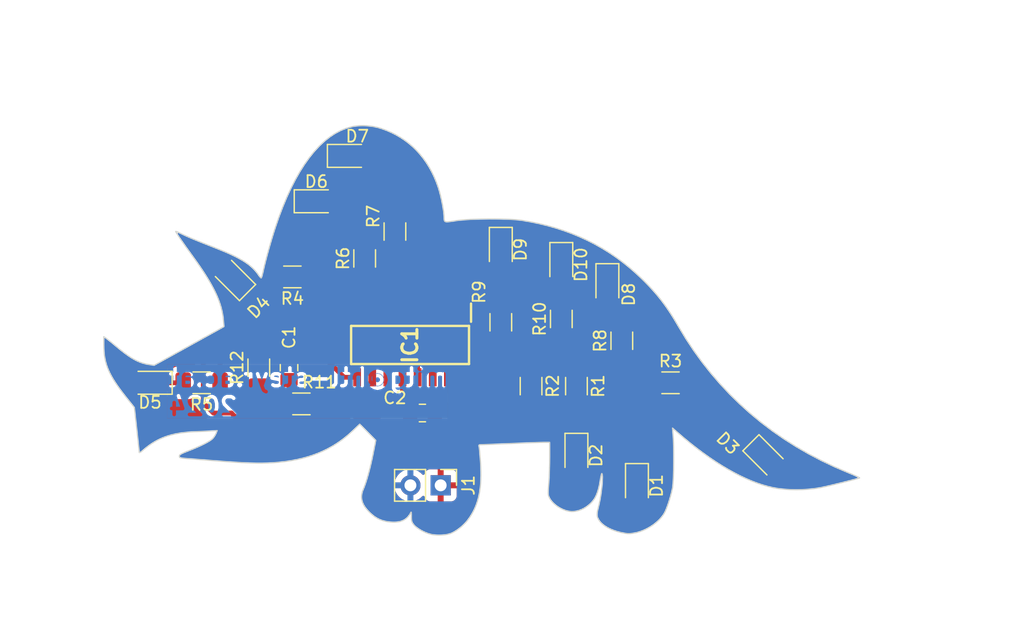
<source format=kicad_pcb>
(kicad_pcb (version 20240108) (generator "pcbnew") (generator_version "8.0")
  (layers (0 "F.Cu" signal) (31 "B.Cu" signal) (34 "B.Paste" user) (35 "F.Paste" user) (36 "B.SilkS" user "B.Silkscreen") (37 "F.SilkS" user "F.Silkscreen") (38 "B.Mask" user) (39 "F.Mask" user) (44 "Edge.Cuts" user))
  (net 0 "")
  (net 1 "Net-(C1-Pad1)")
  (net 2 "Net-(IC1-~{[Oslash]O})")
  (net 3 "VCC")
  (net 4 "GND")
  (net 5 "Net-(D1-K)")
  (net 6 "Net-(D2-K)")
  (net 7 "Net-(D3-K)")
  (net 8 "Net-(D4-K)")
  (net 9 "Net-(D5-K)")
  (net 10 "Net-(D6-A)")
  (net 11 "Net-(D7-A)")
  (net 12 "Net-(D8-A)")
  (net 13 "Net-(D9-A)")
  (net 14 "Net-(D10-A)")
  (net 18 "/LED3")
  (net 19 "/LED4")
  (net 20 "/LED5")
  (net 22 "Net-(IC1-[Oslash]O)")
  (net 23 "Net-(IC1-~{[Oslash]I})")
  (net 24 "Net-(IC1-CLEAR)")
  (net 25 "/LED2")
  (net 26 "/LED1")
  (footprint "Resistor_SMD:R_1206_3216Metric_Pad1.30x1.75mm_HandSolder" (layer "F.Cu") (at 125.73 102.87 90)
    (property "Reference" "R12" (at 0 -1.82 90) (layer "F.SilkS"))
    (property "Value" "56k")
    (pad "1" smd roundrect (at -1.55 0 90) (size 1.3 1.75) (layers "F.Cu" "F.Paste" "F.Mask") (roundrect_rratio 0.192308) (net 1 "Net-(C1-Pad1)"))
    (pad "2" smd roundrect (at 1.55 0 90) (size 1.3 1.75) (layers "F.Cu" "F.Paste" "F.Mask") (roundrect_rratio 0.192308) (net 22 "Net-(IC1-[Oslash]O)"))
  )
  (footprint "Resistor_SMD:R_1206_3216Metric_Pad1.30x1.75mm_HandSolder" (layer "F.Cu") (at 128.55 95.25 180)
    (property "Reference" "R4" (at 0 -1.82 0) (layer "F.SilkS"))
    (property "Value" "390R")
    (pad "1" smd roundrect (at -1.55 0 180) (size 1.3 1.75) (layers "F.Cu" "F.Paste" "F.Mask") (roundrect_rratio 0.192308) (net 19 "/LED4"))
    (pad "2" smd roundrect (at 1.55 0 180) (size 1.3 1.75) (layers "F.Cu" "F.Paste" "F.Mask") (roundrect_rratio 0.192308) (net 8 "Net-(D4-K)"))
  )
  (footprint "Resistor_SMD:R_1206_3216Metric_Pad1.30x1.75mm_HandSolder" (layer "F.Cu") (at 137.16 91.44 90)
    (property "Reference" "R7" (at 1.27 -1.82 90) (layer "F.SilkS"))
    (property "Value" "390R")
    (pad "1" smd roundrect (at -1.55 0 90) (size 1.3 1.75) (layers "F.Cu" "F.Paste" "F.Mask") (roundrect_rratio 0.192308) (net 19 "/LED4"))
    (pad "2" smd roundrect (at 1.55 0 90) (size 1.3 1.75) (layers "F.Cu" "F.Paste" "F.Mask") (roundrect_rratio 0.192308) (net 11 "Net-(D7-A)"))
  )
  (footprint "Capacitor_SMD:C_0805_2012Metric_Pad1.18x1.45mm_HandSolder" (layer "F.Cu") (at 128.27 102.87 90)
    (property "Reference" "C1" (at 2.54 0 90) (layer "F.SilkS"))
    (property "Value" "100nF")
    (pad "1" smd roundrect (at -1.0375 0 90) (size 1.175 1.45) (layers "F.Cu" "F.Paste" "F.Mask") (roundrect_rratio 0.212766) (net 1 "Net-(C1-Pad1)"))
    (pad "2" smd roundrect (at 1.0375 0 90) (size 1.175 1.45) (layers "F.Cu" "F.Paste" "F.Mask") (roundrect_rratio 0.212766) (net 2 "Net-(IC1-~{[Oslash]O})"))
  )
  (footprint "LED_SMD:LED_0805_2012Metric_Pad1.15x1.40mm_HandSolder" (layer "F.Cu") (at 123.47 95.25 135)
    (property "Reference" "D4" (at -3.394113 -0.19799 -135) (layer "F.SilkS"))
    (property "Value" "LED")
    (pad "1" smd roundrect (at -1.024999 0 135) (size 1.15 1.4) (layers "F.Cu" "F.Paste" "F.Mask") (roundrect_rratio 0.217391) (net 8 "Net-(D4-K)"))
    (pad "2" smd roundrect (at 1.024999 0 135) (size 1.15 1.4) (layers "F.Cu" "F.Paste" "F.Mask") (roundrect_rratio 0.217391) (net 3 "VCC"))
  )
  (footprint "LED_SMD:LED_0805_2012Metric_Pad1.15x1.40mm_HandSolder" (layer "F.Cu") (at 146.05 92.955 -90)
    (property "Reference" "D9" (at 0 -1.65 90) (layer "F.SilkS"))
    (property "Value" "LED")
    (pad "1" smd roundrect (at -1.025 0 270) (size 1.15 1.4) (layers "F.Cu" "F.Paste" "F.Mask") (roundrect_rratio 0.217391) (net 4 "GND"))
    (pad "2" smd roundrect (at 1.025 0 270) (size 1.15 1.4) (layers "F.Cu" "F.Paste" "F.Mask") (roundrect_rratio 0.217391) (net 13 "Net-(D9-A)"))
  )
  (footprint "Connector_PinHeader_2.54mm:PinHeader_1x02_P2.54mm_Vertical" (layer "F.Cu") (at 141 112.75 -90)
    (property "Reference" "J1" (at 0 -2.33 90) (layer "F.SilkS"))
    (property "Value" "Conn_01x02_Pin")
    (pad "1" thru_hole rect (at 0 0 270) (size 1.7 1.7) (drill 1) (layers "*.Cu" "*.Mask") (net 3 "VCC"))
    (pad "2" thru_hole oval (at 0 2.54 270) (size 1.7 1.7) (drill 1) (layers "*.Cu" "*.Mask") (net 4 "GND"))
  )
  (footprint "LED_SMD:LED_0805_2012Metric_Pad1.15x1.40mm_HandSolder" (layer "F.Cu") (at 133.35 85.09)
    (property "Reference" "D7" (at 0.65 -1.65 0) (layer "F.SilkS"))
    (property "Value" "LED")
    (pad "1" smd roundrect (at -1.025 0) (size 1.15 1.4) (layers "F.Cu" "F.Paste" "F.Mask") (roundrect_rratio 0.217391) (net 4 "GND"))
    (pad "2" smd roundrect (at 1.025 0) (size 1.15 1.4) (layers "F.Cu" "F.Paste" "F.Mask") (roundrect_rratio 0.217391) (net 11 "Net-(D7-A)"))
  )
  (footprint "Resistor_SMD:R_1206_3216Metric_Pad1.30x1.75mm_HandSolder" (layer "F.Cu") (at 134.62 93.7 90)
    (property "Reference" "R6" (at 0 -1.82 90) (layer "F.SilkS"))
    (property "Value" "390R")
    (pad "1" smd roundrect (at -1.55 0 90) (size 1.3 1.75) (layers "F.Cu" "F.Paste" "F.Mask") (roundrect_rratio 0.192308) (net 20 "/LED5"))
    (pad "2" smd roundrect (at 1.55 0 90) (size 1.3 1.75) (layers "F.Cu" "F.Paste" "F.Mask") (roundrect_rratio 0.192308) (net 10 "Net-(D6-A)"))
  )
  (footprint "LED_SMD:LED_0805_2012Metric_Pad1.15x1.40mm_HandSolder" (layer "F.Cu") (at 151.13 94.225 -90)
    (property "Reference" "D10" (at 0 -1.65 90) (layer "F.SilkS"))
    (property "Value" "LED")
    (pad "1" smd roundrect (at -1.025 0 270) (size 1.15 1.4) (layers "F.Cu" "F.Paste" "F.Mask") (roundrect_rratio 0.217391) (net 4 "GND"))
    (pad "2" smd roundrect (at 1.025 0 270) (size 1.15 1.4) (layers "F.Cu" "F.Paste" "F.Mask") (roundrect_rratio 0.217391) (net 14 "Net-(D10-A)"))
  )
  (footprint "Resistor_SMD:R_1206_3216Metric_Pad1.30x1.75mm_HandSolder" (layer "F.Cu") (at 152.4 104.42 -90)
    (property "Reference" "R1" (at 0 -1.82 90) (layer "F.SilkS"))
    (property "Value" "390R")
    (pad "1" smd roundrect (at -1.55 0 270) (size 1.3 1.75) (layers "F.Cu" "F.Paste" "F.Mask") (roundrect_rratio 0.192308) (net 26 "/LED1"))
    (pad "2" smd roundrect (at 1.55 0 270) (size 1.3 1.75) (layers "F.Cu" "F.Paste" "F.Mask") (roundrect_rratio 0.192308) (net 5 "Net-(D1-K)"))
  )
  (footprint "Resistor_SMD:R_1206_3216Metric_Pad1.30x1.75mm_HandSolder" (layer "F.Cu") (at 146.05 99.06 90)
    (property "Reference" "R9" (at 2.54 -1.82 90) (layer "F.SilkS"))
    (property "Value" "390R")
    (pad "1" smd roundrect (at -1.55 0 90) (size 1.3 1.75) (layers "F.Cu" "F.Paste" "F.Mask") (roundrect_rratio 0.192308) (net 25 "/LED2"))
    (pad "2" smd roundrect (at 1.55 0 90) (size 1.3 1.75) (layers "F.Cu" "F.Paste" "F.Mask") (roundrect_rratio 0.192308) (net 13 "Net-(D9-A)"))
  )
  (footprint "LED_SMD:LED_0805_2012Metric_Pad1.15x1.40mm_HandSolder" (layer "F.Cu") (at 157.48 112.785 -90)
    (property "Reference" "D1" (at 0 -1.65 90) (layer "F.SilkS"))
    (property "Value" "LED")
    (pad "1" smd roundrect (at -1.025 0 270) (size 1.15 1.4) (layers "F.Cu" "F.Paste" "F.Mask") (roundrect_rratio 0.217391) (net 5 "Net-(D1-K)"))
    (pad "2" smd roundrect (at 1.025 0 270) (size 1.15 1.4) (layers "F.Cu" "F.Paste" "F.Mask") (roundrect_rratio 0.217391) (net 3 "VCC"))
  )
  (footprint "Resistor_SMD:R_1206_3216Metric_Pad1.30x1.75mm_HandSolder" (layer "F.Cu") (at 129.307841 105.912863)
    (property "Reference" "R11" (at 1.502159 -1.82 0) (layer "F.SilkS"))
    (property "Value" "120k")
    (pad "1" smd roundrect (at -1.55 0) (size 1.3 1.75) (layers "F.Cu" "F.Paste" "F.Mask") (roundrect_rratio 0.192308) (net 1 "Net-(C1-Pad1)"))
    (pad "2" smd roundrect (at 1.55 0) (size 1.3 1.75) (layers "F.Cu" "F.Paste" "F.Mask") (roundrect_rratio 0.192308) (net 23 "Net-(IC1-~{[Oslash]I})"))
  )
  (footprint "LED_SMD:LED_0805_2012Metric_Pad1.15x1.40mm_HandSolder" (layer "F.Cu") (at 155 96 -90)
    (property "Reference" "D8" (at 0.725 -1.79 90) (layer "F.SilkS"))
    (property "Value" "LED")
    (pad "1" smd roundrect (at -1.025 0 270) (size 1.15 1.4) (layers "F.Cu" "F.Paste" "F.Mask") (roundrect_rratio 0.217391) (net 4 "GND"))
    (pad "2" smd roundrect (at 1.025 0 270) (size 1.15 1.4) (layers "F.Cu" "F.Paste" "F.Mask") (roundrect_rratio 0.217391) (net 12 "Net-(D8-A)"))
  )
  (footprint "Resistor_SMD:R_1206_3216Metric_Pad1.30x1.75mm_HandSolder" (layer "F.Cu") (at 148.59 104.42 -90)
    (property "Reference" "R2" (at 0 -1.82 90) (layer "F.SilkS"))
    (property "Value" "390R")
    (pad "1" smd roundrect (at -1.55 0 270) (size 1.3 1.75) (layers "F.Cu" "F.Paste" "F.Mask") (roundrect_rratio 0.192308) (net 25 "/LED2"))
    (pad "2" smd roundrect (at 1.55 0 270) (size 1.3 1.75) (layers "F.Cu" "F.Paste" "F.Mask") (roundrect_rratio 0.192308) (net 6 "Net-(D2-K)"))
  )
  (footprint "LED_SMD:LED_0805_2012Metric_Pad1.15x1.40mm_HandSolder" (layer "F.Cu") (at 152.4 110.245 -90)
    (property "Reference" "D2" (at 0 -1.65 90) (layer "F.SilkS"))
    (property "Value" "LED")
    (pad "1" smd roundrect (at -1.025 0 270) (size 1.15 1.4) (layers "F.Cu" "F.Paste" "F.Mask") (roundrect_rratio 0.217391) (net 6 "Net-(D2-K)"))
    (pad "2" smd roundrect (at 1.025 0 270) (size 1.15 1.4) (layers "F.Cu" "F.Paste" "F.Mask") (roundrect_rratio 0.217391) (net 3 "VCC"))
  )
  (footprint "Capacitor_SMD:C_0805_2012Metric_Pad1.18x1.45mm_HandSolder" (layer "F.Cu") (at 139.4675 106.68 180)
    (property "Reference" "C2" (at 2.3075 1.27 0) (layer "F.SilkS"))
    (property "Value" "100nF")
    (pad "1" smd roundrect (at -1.0375 0 180) (size 1.175 1.45) (layers "F.Cu" "F.Paste" "F.Mask") (roundrect_rratio 0.212766) (net 3 "VCC"))
    (pad "2" smd roundrect (at 1.0375 0 180) (size 1.175 1.45) (layers "F.Cu" "F.Paste" "F.Mask") (roundrect_rratio 0.212766) (net 4 "GND"))
  )
  (footprint "Resistor_SMD:R_1206_3216Metric_Pad1.30x1.75mm_HandSolder" (layer "F.Cu") (at 160.3 104.14)
    (property "Reference" "R3" (at 0 -1.82 0) (layer "F.SilkS"))
    (property "Value" "390R")
    (pad "1" smd roundrect (at -1.55 0) (size 1.3 1.75) (layers "F.Cu" "F.Paste" "F.Mask") (roundrect_rratio 0.192308) (net 18 "/LED3"))
    (pad "2" smd roundrect (at 1.55 0) (size 1.3 1.75) (layers "F.Cu" "F.Paste" "F.Mask") (roundrect_rratio 0.192308) (net 7 "Net-(D3-K)"))
  )
  (footprint "Resistor_SMD:R_1206_3216Metric_Pad1.30x1.75mm_HandSolder" (layer "F.Cu") (at 151.13 98.78 90)
    (property "Reference" "R10" (at 0 -1.82 90) (layer "F.SilkS"))
    (property "Value" "390R")
    (pad "1" smd roundrect (at -1.55 0 90) (size 1.3 1.75) (layers "F.Cu" "F.Paste" "F.Mask") (roundrect_rratio 0.192308) (net 26 "/LED1"))
    (pad "2" smd roundrect (at 1.55 0 90) (size 1.3 1.75) (layers "F.Cu" "F.Paste" "F.Mask") (roundrect_rratio 0.192308) (net 14 "Net-(D10-A)"))
  )
  (footprint "LED_SMD:LED_0805_2012Metric_Pad1.15x1.40mm_HandSolder" (layer "F.Cu") (at 130.565 88.9)
    (property "Reference" "D6" (at 0 -1.65 0) (layer "F.SilkS"))
    (property "Value" "LED")
    (pad "1" smd roundrect (at -1.025 0) (size 1.15 1.4) (layers "F.Cu" "F.Paste" "F.Mask") (roundrect_rratio 0.217391) (net 4 "GND"))
    (pad "2" smd roundrect (at 1.025 0) (size 1.15 1.4) (layers "F.Cu" "F.Paste" "F.Mask") (roundrect_rratio 0.217391) (net 10 "Net-(D6-A)"))
  )
  (footprint "SamacSys_Parts:SOIC127P600X175-16N" (layer "F.Cu") (at 138.43 100.965 -90)
    (property "Reference" "IC1" (at 0 0 90) (layer "F.SilkS") (effects (font (size 1.27 1.27) (thickness 0.254))))
    (property "Value" "M74HC4060YRM13TR" (hide yes))
    (pad "1" smd rect (at -2.712 -4.445) (size 0.65 1.525) (layers "F.Cu" "F.Paste" "F.Mask"))
    (pad "2" smd rect (at -2.712 -3.175) (size 0.65 1.525) (layers "F.Cu" "F.Paste" "F.Mask"))
    (pad "3" smd rect (at -2.712 -1.905) (size 0.65 1.525) (layers "F.Cu" "F.Paste" "F.Mask"))
    (pad "4" smd rect (at -2.712 -0.635) (size 0.65 1.525) (layers "F.Cu" "F.Paste" "F.Mask") (net 18 "/LED3"))
    (pad "5" smd rect (at -2.712 0.635) (size 0.65 1.525) (layers "F.Cu" "F.Paste" "F.Mask") (net 19 "/LED4"))
    (pad "6" smd rect (at -2.712 1.905) (size 0.65 1.525) (layers "F.Cu" "F.Paste" "F.Mask") (net 20 "/LED5"))
    (pad "7" smd rect (at -2.712 3.175) (size 0.65 1.525) (layers "F.Cu" "F.Paste" "F.Mask"))
    (pad "8" smd rect (at -2.712 4.445) (size 0.65 1.525) (layers "F.Cu" "F.Paste" "F.Mask") (net 4 "GND"))
    (pad "9" smd rect (at 2.712 4.445) (size 0.65 1.525) (layers "F.Cu" "F.Paste" "F.Mask") (net 2 "Net-(IC1-~{[Oslash]O})"))
    (pad "10" smd rect (at 2.712 3.175) (size 0.65 1.525) (layers "F.Cu" "F.Paste" "F.Mask") (net 22 "Net-(IC1-[Oslash]O)"))
    (pad "11" smd rect (at 2.712 1.905) (size 0.65 1.525) (layers "F.Cu" "F.Paste" "F.Mask") (net 23 "Net-(IC1-~{[Oslash]I})"))
    (pad "12" smd rect (at 2.712 0.635) (size 0.65 1.525) (layers "F.Cu" "F.Paste" "F.Mask") (net 24 "Net-(IC1-CLEAR)"))
    (pad "13" smd rect (at 2.712 -0.635) (size 0.65 1.525) (layers "F.Cu" "F.Paste" "F.Mask") (net 25 "/LED2"))
    (pad "14" smd rect (at 2.712 -1.905) (size 0.65 1.525) (layers "F.Cu" "F.Paste" "F.Mask") (net 26 "/LED1"))
    (pad "15" smd rect (at 2.712 -3.175) (size 0.65 1.525) (layers "F.Cu" "F.Paste" "F.Mask") (net 24 "Net-(IC1-CLEAR)"))
    (pad "16" smd rect (at 2.712 -4.445) (size 0.65 1.525) (layers "F.Cu" "F.Paste" "F.Mask") (net 3 "VCC"))
  )
  (footprint "Resistor_SMD:R_1206_3216Metric_Pad1.30x1.75mm_HandSolder" (layer "F.Cu") (at 120.93 104.14 180)
    (property "Reference" "R5" (at 0 -1.82 0) (layer "F.SilkS"))
    (property "Value" "390R")
    (pad "1" smd roundrect (at -1.55 0 180) (size 1.3 1.75) (layers "F.Cu" "F.Paste" "F.Mask") (roundrect_rratio 0.192308) (net 20 "/LED5"))
    (pad "2" smd roundrect (at 1.55 0 180) (size 1.3 1.75) (layers "F.Cu" "F.Paste" "F.Mask") (roundrect_rratio 0.192308) (net 9 "Net-(D5-K)"))
  )
  (footprint "Resistor_SMD:R_1206_3216Metric_Pad1.30x1.75mm_HandSolder" (layer "F.Cu") (at 156.21 100.61 90)
    (property "Reference" "R8" (at 0 -1.82 90) (layer "F.SilkS"))
    (property "Value" "390R")
    (pad "1" smd roundrect (at -1.55 0 90) (size 1.3 1.75) (layers "F.Cu" "F.Paste" "F.Mask") (roundrect_rratio 0.192308) (net 18 "/LED3"))
    (pad "2" smd roundrect (at 1.55 0 90) (size 1.3 1.75) (layers "F.Cu" "F.Paste" "F.Mask") (roundrect_rratio 0.192308) (net 12 "Net-(D8-A)"))
  )
  (footprint "LED_SMD:LED_0805_2012Metric_Pad1.15x1.40mm_HandSolder" (layer "F.Cu") (at 168.364784 110.49 -45)
    (property "Reference" "D3" (at -3.206577 1.410525 135) (layer "F.SilkS"))
    (property "Value" "LED")
    (pad "1" smd roundrect (at -1.024999 0 315) (size 1.15 1.4) (layers "F.Cu" "F.Paste" "F.Mask") (roundrect_rratio 0.217391) (net 7 "Net-(D3-K)"))
    (pad "2" smd roundrect (at 1.024999 0 315) (size 1.15 1.4) (layers "F.Cu" "F.Paste" "F.Mask") (roundrect_rratio 0.217391) (net 3 "VCC"))
  )
  (footprint "LED_SMD:LED_0805_2012Metric_Pad1.15x1.40mm_HandSolder" (layer "F.Cu") (at 116.595 104.14 180)
    (property "Reference" "D5" (at 0 -1.65 0) (layer "F.SilkS"))
    (property "Value" "LED")
    (pad "1" smd roundrect (at -1.025 0 180) (size 1.15 1.4) (layers "F.Cu" "F.Paste" "F.Mask") (roundrect_rratio 0.217391) (net 9 "Net-(D5-K)"))
    (pad "2" smd roundrect (at 1.025 0 180) (size 1.15 1.4) (layers "F.Cu" "F.Paste" "F.Mask") (roundrect_rratio 0.217391) (net 3 "VCC"))
  )
  (gr_poly (pts (xy 134.62 82.55) (xy 134.783517 82.55809) (xy 134.947521 82.571343) (xy 135.111472 82.589726) (xy 135.274833 82.613202) (xy 135.437065 82.641737) (xy 135.597631 82.675296) (xy 135.755992 82.713844) (xy 135.91161 82.757345) (xy 136.063947 82.805765) (xy 136.482128 82.960554) (xy 136.885278 83.137059) (xy 137.273113 83.334986) (xy 137.645349 83.554038) (xy 138.001704 83.793923) (xy 138.341893 84.054343) (xy 138.665634 84.335005) (xy 138.972642 84.635614) (xy 139.262633 84.955875) (xy 139.535325 85.295492) (xy 139.790434 85.654171) (xy 140.027676 86.031618) (xy 140.246768 86.427536) (xy 140.447425 86.841632) (xy 140.629366 87.273611) (xy 140.792305 87.723176) (xy 140.881274 88.013222) (xy 140.969275 88.344099) (xy 141.052976 88.698964) (xy 141.12905 89.060975) (xy 141.194166 89.413287) (xy 141.244996 89.739057) (xy 141.278211 90.021442) (xy 141.287172 90.141101) (xy 141.290481 90.243598) (xy 141.290982 90.321791) (xy 141.29281 90.389981) (xy 141.294664 90.42046) (xy 141.297379 90.448598) (xy 141.301133 90.474451) (xy 141.306101 90.498072) (xy 141.312461 90.519514) (xy 141.320388 90.538831) (xy 141.33006 90.556077) (xy 141.341653 90.571305) (xy 141.355344 90.584569) (xy 141.371308 90.595922) (xy 141.389724 90.605419) (xy 141.410766 90.613113) (xy 141.434613 90.619057) (xy 141.46144 90.623306) (xy 141.491423 90.625912) (xy 141.524741 90.62693) (xy 141.561568 90.626413) (xy 141.602082 90.624415) (xy 141.646459 90.620989) (xy 141.694876 90.61619) (xy 141.804536 90.602684) (xy 141.932473 90.584326) (xy 142.24883 90.534772) (xy 142.49746 90.500864) (xy 142.787745 90.471077) (xy 143.469083 90.423995) (xy 144.244449 90.393786) (xy 145.065449 90.380707) (xy 145.883689 90.385018) (xy 146.650775 90.406977) (xy 147.318311 90.446844) (xy 147.599625 90.473573) (xy 147.837904 90.504877) (xy 148.575811 90.63306) (xy 149.298022 90.784256) (xy 150.004642 90.958516) (xy 150.695775 91.15589) (xy 151.371526 91.376429) (xy 152.032 91.620184) (xy 152.6773 91.887205) (xy 153.307531 92.177544) (xy 153.922799 92.49125) (xy 154.523207 92.828375) (xy 155.108861 93.188969) (xy 155.679864 93.573083) (xy 156.236321 93.980768) (xy 156.778337 94.412075) (xy 157.306016 94.867054) (xy 157.819463 95.345755) (xy 158.066437 95.588148) (xy 158.301732 95.825695) (xy 158.526416 96.059774) (xy 158.741555 96.291765) (xy 158.948217 96.523047) (xy 159.147467 96.754999) (xy 159.340372 96.989) (xy 159.528001 97.226429) (xy 159.711418 97.468665) (xy 159.891691 97.717087) (xy 160.069887 97.973074) (xy 160.247073 98.238006) (xy 160.424315 98.513262) (xy 160.60268 98.800219) (xy 160.967046 99.414759) (xy 161.590605 100.446564) (xy 162.251777 101.44481) (xy 162.950122 102.40912) (xy 163.6852 103.339114) (xy 164.456569 104.234412) (xy 165.263791 105.094637) (xy 166.106425 105.919407) (xy 166.98403 106.708345) (xy 167.896166 107.461071) (xy 168.842394 108.177205) (xy 169.822273 108.856369) (xy 170.835362 109.498183) (xy 171.881221 110.102269) (xy 172.959411 110.668246) (xy 174.06949 111.195736) (xy 175.211019 111.684359) (xy 175.414526 111.768009) (xy 175.602118 111.847359) (xy 175.76985 111.920581) (xy 175.913778 111.985842) (xy 176.02996 112.041313) (xy 176.114452 112.085162) (xy 176.16331 112.11556) (xy 176.173144 112.125142) (xy 176.174196 112.128429) (xy 176.17259 112.130675) (xy 176.026093 112.178321) (xy 175.699462 112.267429) (xy 174.71653 112.517748) (xy 173.645275 112.777064) (xy 173.208238 112.87742) (xy 172.907175 112.940812) (xy 172.665861 112.982788) (xy 172.418421 113.019186) (xy 172.165916 113.050004) (xy 171.909407 113.075244) (xy 171.649956 113.094904) (xy 171.388623 113.108983) (xy 170.864561 113.120399) (xy 170.345711 113.109488) (xy 170.090895 113.095658) (xy 169.840565 113.076245) (xy 169.595785 113.051248) (xy 169.357615 113.020667) (xy 169.127117 112.984501) (xy 168.905351 112.94275) (xy 168.470328 112.84135) (xy 168.024038 112.713559) (xy 167.567115 112.559742) (xy 167.100194 112.380265) (xy 166.623908 112.175492) (xy 166.138892 111.94579) (xy 165.64578 111.691522) (xy 165.145207 111.413056) (xy 164.637805 111.110756) (xy 164.12421 110.784988) (xy 163.605055 110.436117) (xy 163.080975 110.064508) (xy 162.552603 109.670527) (xy 162.020575 109.254539) (xy 161.485524 108.81691) (xy 160.948084 108.358004) (xy 160.465292 107.937087) (xy 160.513929 108.45496) (xy 160.541634 108.891229) (xy 160.559475 109.467123) (xy 160.567838 110.130034) (xy 160.567112 110.827351) (xy 160.557685 111.506467) (xy 160.539946 112.114771) (xy 160.514282 112.599656) (xy 160.481081 112.908511) (xy 160.429648 113.158404) (xy 160.362167 113.434741) (xy 160.282327 113.725775) (xy 160.19382 114.019759) (xy 160.100338 114.304945) (xy 160.005572 114.569586) (xy 159.913212 114.801935) (xy 159.869089 114.902329) (xy 159.826952 114.990245) (xy 159.786187 115.066688) (xy 159.741314 115.142811) (xy 159.692486 115.21851) (xy 159.639855 115.29368) (xy 159.583574 115.368217) (xy 159.523796 115.442016) (xy 159.39436 115.586979) (xy 159.25277 115.727735) (xy 159.10025 115.863445) (xy 158.938021 115.993272) (xy 158.767308 116.116381) (xy 158.589332 116.231933) (xy 158.405317 116.339092) (xy 158.216485 116.43702) (xy 158.02406 116.524881) (xy 157.829264 116.601837) (xy 157.63332 116.667052) (xy 157.437451 116.719689) (xy 157.339926 116.741029) (xy 157.24288 116.75891) (xy 157.099625 116.781195) (xy 157.035154 116.789723) (xy 156.974363 116.796478) (xy 156.916434 116.801437) (xy 156.860551 116.804577) (xy 156.805894 116.805876) (xy 156.751646 116.805312) (xy 156.69699 116.802861) (xy 156.641107 116.798501) (xy 156.583181 116.79221) (xy 156.522393 116.783965) (xy 156.457925 116.773743) (xy 156.388959 116.761521) (xy 156.234266 116.73099) (xy 156.06378 116.6927) (xy 155.897611 116.649337) (xy 155.736219 116.601155) (xy 155.580067 116.54841) (xy 155.429615 116.491356) (xy 155.285326 116.430249) (xy 155.147662 116.365344) (xy 155.017083 116.296897) (xy 154.894051 116.225161) (xy 154.779029 116.150393) (xy 154.672477 116.072848) (xy 154.574858 115.992781) (xy 154.486633 115.910446) (xy 154.408263 115.8261) (xy 154.340211 115.739997) (xy 154.282938 115.652392) (xy 154.247816 115.591044) (xy 154.217368 115.533944) (xy 154.19159 115.479748) (xy 154.180451 115.453319) (xy 154.170479 115.427113) (xy 154.161673 115.400961) (xy 154.154032 115.374696) (xy 154.147556 115.34815) (xy 154.142245 115.321154) (xy 154.138098 115.293541) (xy 154.135115 115.265144) (xy 154.133295 115.235793) (xy 154.132639 115.205322) (xy 154.133145 115.173562) (xy 154.134814 115.140345) (xy 154.137644 115.105504) (xy 154.141636 115.068871) (xy 154.153102 114.989555) (xy 154.169209 114.901055) (xy 154.189954 114.802027) (xy 154.215333 114.691129) (xy 154.245343 114.567017) (xy 154.279981 114.428347) (xy 154.362808 114.055781) (xy 154.436105 113.642776) (xy 154.497392 113.215094) (xy 154.54419 112.798498) (xy 154.574021 112.41875) (xy 154.584404 112.101612) (xy 154.581529 111.974572) (xy 154.572863 111.872846) (xy 154.558095 111.799654) (xy 154.548326 111.774764) (xy 154.536916 111.758216) (xy 154.534353 111.756521) (xy 154.531605 111.75635) (xy 154.528682 111.757669) (xy 154.525591 111.760443) (xy 154.522341 111.764638) (xy 154.51894 111.770221) (xy 154.51172 111.785413) (xy 154.504 111.805744) (xy 154.495845 111.830942) (xy 154.487325 111.860734) (xy 154.478505 111.894847) (xy 154.469455 111.933008) (xy 154.46024 111.974944) (xy 154.45093 112.020382) (xy 154.44159 112.06905) (xy 154.432289 112.120674) (xy 154.423095 112.174981) (xy 154.414074 112.231699) (xy 154.405294 112.290555) (xy 154.383799 112.430081) (xy 154.36017 112.565771) (xy 154.334454 112.697487) (xy 154.306696 112.825095) (xy 154.276942 112.948457) (xy 154.245239 113.067437) (xy 154.211634 113.181899) (xy 154.176171 113.291706) (xy 154.138898 113.396723) (xy 154.099859 113.496813) (xy 154.059103 113.59184) (xy 154.016674 113.681667) (xy 153.972619 113.766158) (xy 153.926984 113.845176) (xy 153.879816 113.918587) (xy 153.831159 113.986252) (xy 153.738113 114.100992) (xy 153.638753 114.209821) (xy 153.533674 114.312443) (xy 153.42347 114.408559) (xy 153.308733 114.497872) (xy 153.190058 114.580085) (xy 153.068038 114.654899) (xy 152.943267 114.722017) (xy 152.816339 114.781141) (xy 152.687847 114.831974) (xy 152.558384 114.874216) (xy 152.428544 114.907572) (xy 152.298922 114.931743) (xy 152.170109 114.946432) (xy 152.042701 114.95134) (xy 151.97971 114.950033) (xy 151.917291 114.94617) (xy 151.788453 114.930264) (xy 151.657491 114.904115) (xy 151.525366 114.868336) (xy 151.393038 114.823543) (xy 151.261469 114.770352) (xy 151.131617 114.709377) (xy 151.004444 114.641235) (xy 150.880911 114.56654) (xy 150.761977 114.485907) (xy 150.648603 114.399952) (xy 150.54175 114.309291) (xy 150.442378 114.214538) (xy 150.351448 114.116308) (xy 150.269919 114.015218) (xy 150.198753 113.911882) (xy 150.13891 113.806916) (xy 150.115779 113.760797) (xy 150.095592 113.717906) (xy 150.078268 113.676617) (xy 150.070656 113.656066) (xy 150.063731 113.635304) (xy 150.057483 113.61413) (xy 150.051901 113.592341) (xy 150.046977 113.569731) (xy 150.0427 113.5461) (xy 150.03906 113.521242) (xy 150.036049 113.494955) (xy 150.033655 113.467035) (xy 150.031869 113.43728) (xy 150.030682 113.405486) (xy 150.030083 113.371449) (xy 150.030611 113.295835) (xy 150.033374 113.208812) (xy 150.038295 113.108753) (xy 150.045295 112.994032) (xy 150.054295 112.863022) (xy 150.077982 112.545632) (xy 150.107411 112.064773) (xy 150.131447 111.489643) (xy 150.147615 110.892439) (xy 150.153436 110.345357) (xy 150.153043 109.138196) (xy 149.673483 109.139664) (xy 149.312433 109.147831) (xy 148.68388 109.168984) (xy 146.97804 109.237416) (xy 145.328228 109.30585) (xy 144.473322 109.335169) (xy 144.384497 109.336378) (xy 144.348094 109.337761) (xy 144.316654 109.33989) (xy 144.289896 109.342935) (xy 144.267538 109.347066) (xy 144.257921 109.349592) (xy 144.249298 109.352452) (xy 144.241634 109.355669) (xy 144.234894 109.359264) (xy 144.229042 109.363258) (xy 144.224044 109.367671) (xy 144.219863 109.372526) (xy 144.216466 109.377844) (xy 144.213816 109.383645) (xy 144.211878 109.389951) (xy 144.210618 109.396784) (xy 144.209999 109.404164) (xy 144.210547 109.420652) (xy 144.213239 109.439584) (xy 144.217794 109.461131) (xy 144.22393 109.485463) (xy 144.233501 109.538666) (xy 144.245617 109.633354) (xy 144.259782 109.764232) (xy 144.275506 109.926007) (xy 144.309655 110.321071) (xy 144.34412 110.776194) (xy 144.368109 111.182707) (xy 144.381172 111.571393) (xy 144.383134 111.943073) (xy 144.37382 112.298566) (xy 144.353058 112.63869) (xy 144.320672 112.964265) (xy 144.27649 113.27611) (xy 144.220336 113.575044) (xy 144.152036 113.861886) (xy 144.071418 114.137455) (xy 143.978306 114.402571) (xy 143.872527 114.658052) (xy 143.753907 114.904718) (xy 143.622271 115.143388) (xy 143.477446 115.374881) (xy 143.319257 115.600016) (xy 143.254149 115.684909) (xy 143.185732 115.768653) (xy 143.114197 115.851086) (xy 143.039737 115.932045) (xy 142.962544 116.011367) (xy 142.88281 116.08889) (xy 142.800727 116.164449) (xy 142.716486 116.237883) (xy 142.63028 116.309029) (xy 142.542302 116.377723) (xy 142.452742 116.443803) (xy 142.361793 116.507106) (xy 142.269647 116.567469) (xy 142.176496 116.624729) (xy 142.082532 116.678723) (xy 141.987947 116.729289) (xy 141.903366 116.768117) (xy 141.808856 116.803022) (xy 141.70559 116.833933) (xy 141.59474 116.860782) (xy 141.477478 116.883499) (xy 141.354978 116.902015) (xy 141.228411 116.91626) (xy 141.098949 116.926166) (xy 140.967766 116.931663) (xy 140.836034 116.932682) (xy 140.704924 116.929153) (xy 140.57561 116.921008) (xy 140.449264 116.908176) (xy 140.327059 116.890589) (xy 140.210166 116.868178) (xy 140.099758 116.840872) (xy 140.099723 116.840872) (xy 140.001939 116.811525) (xy 139.902885 116.777801) (xy 139.803214 116.740075) (xy 139.703576 116.698725) (xy 139.604621 116.654129) (xy 139.507 116.606664) (xy 139.411364 116.556705) (xy 139.318364 116.504632) (xy 139.22865 116.450819) (xy 139.142873 116.395646) (xy 139.061684 116.339488) (xy 138.985733 116.282723) (xy 138.915671 116.225728) (xy 138.852148 116.168879) (xy 138.795816 116.112555) (xy 138.747326 116.057131) (xy 138.715159 116.01673) (xy 138.686536 115.979163) (xy 138.661255 115.943739) (xy 138.639112 115.909764) (xy 138.619906 115.876546) (xy 138.611341 115.860003) (xy 138.603434 115.84339) (xy 138.596161 115.826619) (xy 138.589494 115.809605) (xy 138.58341 115.792259) (xy 138.577883 115.774496) (xy 138.572888 115.756229) (xy 138.568399 115.737371) (xy 138.56084 115.697537) (xy 138.555002 115.6543) (xy 138.550685 115.606968) (xy 138.547684 115.554847) (xy 138.545799 115.497245) (xy 138.544826 115.433467) (xy 138.544563 115.362822) (xy 138.544154 115.2274) (xy 138.542305 115.125768) (xy 138.540598 115.086855) (xy 138.538238 115.055467) (xy 138.535128 115.031298) (xy 138.531171 115.01404) (xy 138.528844 115.007907) (xy 138.526268 115.003386) (xy 138.523432 115.00044) (xy 138.520324 114.999029) (xy 138.51693 114.999115) (xy 138.513239 115.000661) (xy 138.504917 115.007975) (xy 138.495259 115.020664) (xy 138.484169 115.038421) (xy 138.457302 115.087908) (xy 138.426368 115.144844) (xy 138.393806 115.199528) (xy 138.359607 115.251964) (xy 138.323759 115.302157) (xy 138.286254 115.35011) (xy 138.247081 115.395827) (xy 138.206231 115.439312) (xy 138.163692 115.480569) (xy 138.119456 115.519602) (xy 138.073511 115.556415) (xy 138.025849 115.591012) (xy 137.976459 115.623396) (xy 137.925332 115.653572) (xy 137.872456 115.681543) (xy 137.817822 115.707314) (xy 137.761421 115.730889) (xy 137.703241 115.75227) (xy 137.643274 115.771463) (xy 137.581509 115.788471) (xy 137.517936 115.803298) (xy 137.452545 115.815949) (xy 137.385326 115.826426) (xy 137.316269 115.834734) (xy 137.245364 115.840877) (xy 137.172601 115.844859) (xy 137.09797 115.846683) (xy 137.021461 115.846354) (xy 136.943064 115.843875) (xy 136.86277 115.839251) (xy 136.780567 115.832485) (xy 136.696446 115.823582) (xy 136.610397 115.812544) (xy 136.496381 115.794905) (xy 136.386456 115.774192) (xy 136.280284 115.750242) (xy 136.177524 115.722888) (xy 136.07784 115.691965) (xy 135.980892 115.657308) (xy 135.886341 115.618751) (xy 135.793849 115.57613) (xy 135.703078 115.529278) (xy 135.613689 115.478031) (xy 135.525342 115.422224) (xy 135.4377 115.36169) (xy 135.350424 115.296265) (xy 135.263175 115.225783) (xy 135.175614 115.150079) (xy 135.087404 115.068988) (xy 134.958645 114.942061) (xy 134.842578 114.816705) (xy 134.739123 114.692647) (xy 134.648202 114.569614) (xy 134.569734 114.447337) (xy 134.535146 114.386396) (xy 134.503642 114.325542) (xy 134.475212 114.264741) (xy 134.449845 114.203958) (xy 134.427533 114.143161) (xy 134.408265 114.082314) (xy 134.392031 114.021384) (xy 134.378822 113.960338) (xy 134.368627 113.89914) (xy 134.361437 113.837757) (xy 134.357241 113.776156) (xy 134.356031 113.714302) (xy 134.357795 113.65216) (xy 134.362524 113.589698) (xy 134.370208 113.526881) (xy 134.380838 113.463676) (xy 134.394403 113.400048) (xy 134.410893 113.335963) (xy 134.430299 113.271387) (xy 134.45261 113.206287) (xy 134.505911 113.074378) (xy 134.554607 112.959429) (xy 134.604762 112.830993) (xy 134.708565 112.536859) (xy 134.815557 112.198365) (xy 134.923974 111.821906) (xy 135.032051 111.413871) (xy 135.138025 110.980654) (xy 135.240132 110.528647) (xy 135.336609 110.06424) (xy 135.553436 108.972834) (xy 134.878847 108.29094) (xy 134.204258 107.609048) (xy 133.613941 108.170811) (xy 133.283356 108.471713) (xy 132.943561 108.75378) (xy 132.59397 109.017246) (xy 132.234001 109.262344) (xy 131.863069 109.489307) (xy 131.480591 109.698368) (xy 131.085982 109.889761) (xy 130.67866 110.063719) (xy 130.25804 110.220474) (xy 129.823539 110.36026) (xy 129.374572 110.483311) (xy 128.910556 110.589859) (xy 128.430908 110.680137) (xy 127.935043 110.75438) (xy 127.422377 110.812819) (xy 126.892328 110.855689) (xy 126.450755 110.878615) (xy 125.991115 110.889552) (xy 125.492987 110.887729) (xy 124.935951 110.872377) (xy 124.299585 110.842724) (xy 123.563469 110.798002) (xy 122.707182 110.73744) (xy 121.710302 110.660268) (xy 119.544026 110.487725) (xy 119.396078 110.475277) (xy 119.335069 110.469255) (xy 119.28198 110.463081) (xy 119.236264 110.456543) (xy 119.197379 110.449427) (xy 119.16478 110.44152) (xy 119.137923 110.432607) (xy 119.116263 110.422476) (xy 119.099257 110.410912) (xy 119.092328 110.404526) (xy 119.08636 110.397703) (xy 119.077028 110.382634) (xy 119.070717 110.365491) (xy 119.066883 110.346063) (xy 119.064982 110.324134) (xy 119.064469 110.299491) (xy 119.06479 110.287413) (xy 119.065815 110.275697) (xy 119.067634 110.264291) (xy 119.070338 110.253142) (xy 119.074018 110.242198) (xy 119.078765 110.231407) (xy 119.08467 110.220716) (xy 119.091825 110.210072) (xy 119.100319 110.199424) (xy 119.110244 110.188719) (xy 119.121692 110.177904) (xy 119.134752 110.166928) (xy 119.149516 110.155737) (xy 119.166075 110.144279) (xy 119.18452 110.132502) (xy 119.204942 110.120354) (xy 119.227431 110.107782) (xy 119.252079 110.094734) (xy 119.278976 110.081156) (xy 119.308215 110.066998) (xy 119.339885 110.052206) (xy 119.374077 110.036729) (xy 119.450394 110.003506) (xy 119.537892 109.966911) (xy 119.6373 109.926524) (xy 119.749345 109.881926) (xy 119.874755 109.832698) (xy 120.24222 109.685101) (xy 120.58172 109.540498) (xy 120.890221 109.400431) (xy 121.16469 109.266443) (xy 121.402093 109.140078) (xy 121.599396 109.022878) (xy 121.682061 108.968198) (xy 121.753564 108.916387) (xy 121.813525 108.86764) (xy 121.861564 108.822148) (xy 121.879663 108.802534) (xy 121.898299 108.78097) (xy 121.91733 108.757675) (xy 121.936616 108.732867) (xy 121.956016 108.706763) (xy 121.975388 108.679583) (xy 121.994592 108.651544) (xy 122.013486 108.622865) (xy 122.031931 108.593764) (xy 122.049783 108.564459) (xy 122.066904 108.535168) (xy 122.08315 108.506109) (xy 122.098383 108.477501) (xy 122.11246 108.449562) (xy 122.125241 108.42251) (xy 122.136584 108.396563) (xy 122.239153 108.151019) (xy 121.825899 108.180047) (xy 121.59237 108.193916) (xy 121.262015 108.21022) (xy 120.878778 108.226927) (xy 120.486604 108.242003) (xy 120.113068 108.259852) (xy 119.757412 108.28644) (xy 119.418475 108.32217) (xy 119.095096 108.367449) (xy 118.786114 108.422679) (xy 118.490365 108.488266) (xy 118.20669 108.564615) (xy 117.933926 108.65213) (xy 117.670911 108.751215) (xy 117.416485 108.862275) (xy 117.169485 108.985715) (xy 116.92875 109.121939) (xy 116.693118 109.271352) (xy 116.461427 109.434359) (xy 116.232517 109.611363) (xy 116.005225 109.802769) (xy 115.973221 109.830343) (xy 115.942118 109.856231) (xy 115.912077 109.880339) (xy 115.88326 109.902572) (xy 115.855827 109.922834) (xy 115.829939 109.941031) (xy 115.805756 109.957067) (xy 115.783441 109.970846) (xy 115.763152 109.982275) (xy 115.745053 109.991257) (xy 115.729302 109.997697) (xy 115.716062 110.001501) (xy 115.705493 110.002572) (xy 115.701261 110.002054) (xy 115.697756 110.000816) (xy 115.695 109.998848) (xy 115.693012 109.996138) (xy 115.691813 109.992673) (xy 115.691422 109.988442) (xy 115.67531 109.808082) (xy 115.631172 109.383214) (xy 115.485787 108.05386) (xy 115.279763 106.208848) (xy 114.613966 105.374955) (xy 114.348941 105.037639) (xy 114.107814 104.718832) (xy 113.889643 104.416359) (xy 113.69349 104.128044) (xy 113.518415 103.851715) (xy 113.363478 103.585196) (xy 113.227739 103.326313) (xy 113.110258 103.072892) (xy 113.010095 102.822758) (xy 112.926312 102.573737) (xy 112.857967 102.323655) (xy 112.804121 102.070337) (xy 112.763834 101.811608) (xy 112.736167 101.545295) (xy 112.72018 101.269223) (xy 112.714932 100.981217) (xy 112.714469 100.265645) (xy 112.916704 100.409648) (xy 112.971089 100.450077) (xy 113.048426 100.510027) (xy 113.257578 100.676885) (xy 113.5154 100.887006) (xy 113.793136 101.117175) (xy 114.015477 101.300586) (xy 114.226204 101.469198) (xy 114.426468 101.623628) (xy 114.617423 101.764493) (xy 114.800219 101.892409) (xy 114.97601 102.007993) (xy 115.145948 102.111864) (xy 115.311184 102.204637) (xy 115.472871 102.286929) (xy 115.632162 102.359359) (xy 115.790208 102.422542) (xy 115.948162 102.477096) (xy 116.107175 102.523637) (xy 116.268401 102.562783) (xy 116.432991 102.595151) (xy 116.602098 102.621358) (xy 116.950924 102.668746) (xy 119.314077 101.362464) (xy 122.242196 99.739041) (xy 122.807164 99.421899) (xy 122.762439 98.901478) (xy 122.731172 98.616384) (xy 122.686006 98.331497) (xy 122.62624 98.045351) (xy 122.551175 97.756482) (xy 122.460111 97.463424) (xy 122.352346 97.164714) (xy 122.227182 96.858884) (xy 122.083917 96.544471) (xy 121.921852 96.220009) (xy 121.740286 95.884033) (xy 121.53852 95.535078) (xy 121.315853 95.171679) (xy 121.071584 94.79237) (xy 120.805014 94.395688) (xy 120.515442 93.980166) (xy 120.202169 93.544339) (xy 119.603495 92.713303) (xy 119.140094 92.050887) (xy 118.969849 91.798583) (xy 118.846296 91.607241) (xy 118.773728 91.483128) (xy 118.757904 91.448242) (xy 118.756435 91.432514) (xy 118.75856 91.431279) (xy 118.761832 91.43065) (xy 118.766219 91.430613) (xy 118.771691 91.431156) (xy 118.785765 91.433931) (xy 118.803807 91.438874) (xy 118.825568 91.445882) (xy 118.850801 91.454854) (xy 118.879259 91.465689) (xy 118.910693 91.478286) (xy 118.981499 91.50836) (xy 119.061238 91.544262) (xy 119.147929 91.585184) (xy 119.23959 91.630312) (xy 119.436048 91.726091) (xy 119.660277 91.829442) (xy 119.922123 91.944462) (xy 120.231433 92.075254) (xy 120.598054 92.225916) (xy 121.031832 92.400549) (xy 122.140249 92.83813) (xy 122.867981 93.133943) (xy 123.193836 93.275531) (xy 123.495976 93.413938) (xy 123.775619 93.549939) (xy 124.033984 93.684308) (xy 124.27229 93.817818) (xy 124.491755 93.951244) (xy 124.693599 94.085359) (xy 124.879039 94.220938) (xy 125.049296 94.358753) (xy 125.205588 94.49958) (xy 125.349132 94.644192) (xy 125.48115 94.793364) (xy 125.602858 94.947868) (xy 125.715476 95.108479) (xy 125.734359 95.136397) (xy 125.75316 95.163001) (xy 125.771763 95.188174) (xy 125.790051 95.211802) (xy 125.807908 95.233769) (xy 125.825218 95.253961) (xy 125.841863 95.272263) (xy 125.857728 95.28856) (xy 125.872697 95.302735) (xy 125.886652 95.314676) (xy 125.899477 95.324265) (xy 125.911056 95.331389) (xy 125.921272 95.335932) (xy 125.925833 95.337199) (xy 125.93001 95.337779) (xy 125.933787 95.337655) (xy 125.937152 95.336815) (xy 125.940088 95.335243) (xy 125.942582 95.332925) (xy 125.947663 95.324853) (xy 125.953781 95.311622) (xy 125.960854 95.293528) (xy 125.9688 95.27087) (xy 125.986985 95.213054) (xy 126.007678 95.140558) (xy 126.030224 95.055768) (xy 126.053969 94.961067) (xy 126.078256 94.858842) (xy 126.102429 94.751477) (xy 126.189779 94.371641) (xy 126.294781 93.947219) (xy 126.414148 93.490021) (xy 126.544594 93.011856) (xy 126.682832 92.524536) (xy 126.825576 92.039869) (xy 126.96954 91.569667) (xy 127.111435 91.125739) (xy 127.422651 90.220707) (xy 127.748004 89.362851) (xy 128.087043 88.552769) (xy 128.439316 87.791057) (xy 128.804371 87.078313) (xy 129.181754 86.415135) (xy 129.571014 85.80212) (xy 129.971699 85.239866) (xy 130.383356 84.72897) (xy 130.805533 84.270029) (xy 131.237777 83.863642) (xy 131.679637 83.510405) (xy 132.13066 83.210916) (xy 132.590394 82.965773) (xy 133.058386 82.775573) (xy 133.534185 82.640914) (xy 133.679234 82.611873) (xy 133.828535 82.588242) (xy 133.981551 82.569985) (xy 134.137744 82.557067) (xy 134.296575 82.549454) (xy 134.457506 82.54711)) (stroke (width 0.1)) (fill none) (layer "Edge.Cuts"))
  (gr_text "mitg@htl-steyr.ac.at\n2024" (at 118 107 0) (layer "B.Cu" knockout) (effects (font (size 1.5 1.5) (thickness 0.3) (bold yes)) (justify right bottom mirror)))
  (segment (start 127.757841 105.912863) (end 126.232863 105.912863) (width 0.4) (layer "F.Cu") (net 1))
  (segment (start 126.232863 105.912863) (end 125.73 105.41) (width 0.4) (layer "F.Cu") (net 1))
  (segment (start 125.73 105.41) (end 125.73 104.42) (width 0.4) (layer "F.Cu") (net 1))
  (segment (start 128.27 105.400704) (end 127.757841 105.912863) (width 0.4) (layer "F.Cu") (net 1))
  (segment (start 128.27 103.9075) (end 128.27 105.400704) (width 0.4) (layer "F.Cu") (net 1))
  (segment (start 132.887 103.677) (end 133.985 103.677) (width 0.4) (layer "F.Cu") (net 2))
  (segment (start 131.0425 101.8325) (end 132.887 103.677) (width 0.4) (layer "F.Cu") (net 2))
  (segment (start 128.27 101.8325) (end 131.0425 101.8325) (width 0.4) (layer "F.Cu") (net 2))
  (segment (start 135.75388 113.313903) (end 135.75388 107.084383) (width 0.4) (layer "F.Cu") (net 3))
  (segment (start 164.454979 110) (end 165.669763 110) (width 0.4) (layer "F.Cu") (net 3))
  (segment (start 123.19 99.343052) (end 120.430152 102.1029) (width 0.4) (layer "F.Cu") (net 3))
  (segment (start 140.795746 114.795746) (end 137.235723 114.795746) (width 0.4) (layer "F.Cu") (net 3))
  (segment (start 119.217863 107.787863) (end 115.57 104.14) (width 0.4) (layer "F.Cu") (net 3))
  (segment (start 142.875 107.3945) (end 141.93 108.3395) (width 0.4) (layer "F.Cu") (net 3))
  (segment (start 120.430152 102.1029) (end 118.387989 102.1029) (width 0.4) (layer "F.Cu") (net 3))
  (segment (start 159.19 113.81) (end 159.423083 113.576917) (width 0.4) (layer "F.Cu") (net 3))
  (segment (start 134.397393 106.68) (end 133.28953 107.787863) (width 0.4) (layer "F.Cu") (net 3))
  (segment (start 135.75388 107.084383) (end 135.349497 106.68) (width 0.4) (layer "F.Cu") (net 3))
  (segment (start 133.28953 107.787863) (end 119.217863 107.787863) (width 0.4) (layer "F.Cu") (net 3))
  (segment (start 141.93 110.07) (end 141 111) (width 0.4) (layer "F.Cu") (net 3))
  (segment (start 155.447223 113.31859) (end 155.938633 113.81) (width 0.4) (layer "F.Cu") (net 3))
  (segment (start 118.387989 102.1029) (end 117.450889 103.04) (width 0.4) (layer "F.Cu") (net 3))
  (segment (start 141.93 108.3395) (end 141.93 110.07) (width 0.4) (layer "F.Cu") (net 3))
  (segment (start 150.83132 109.067445) (end 149.158375 107.3945) (width 0.4) (layer "F.Cu") (net 3))
  (segment (start 122.745216 96.08085) (end 123.19 96.525634) (width 0.4) (layer "F.Cu") (net 3))
  (segment (start 116.67 103.04) (end 115.57 104.14) (width 0.4) (layer "F.Cu") (net 3))
  (segment (start 159.423083 107.276917) (end 160.02 106.68) (width 0.4) (layer "F.Cu") (net 3))
  (segment (start 152.4 111.27) (end 151.037575 111.27) (width 0.4) (layer "F.Cu") (net 3))
  (segment (start 141 112.75) (end 141 114.591492) (width 0.4) (layer "F.Cu") (net 3))
  (segment (start 155.447223 111.677181) (end 155.447223 113.31859) (width 0.4) (layer "F.Cu") (net 3))
  (segment (start 122.745216 94.525216) (end 122.745216 96.08085) (width 0.4) (layer "F.Cu") (net 3))
  (segment (start 167.424913 111.755149) (end 167.804481 111.901049) (width 0.4) (layer "F.Cu") (net 3))
  (segment (start 161.134979 106.68) (end 164.454979 110) (width 0.4) (layer "F.Cu") (net 3))
  (segment (start 152.4 111.27) (end 155.040042 111.27) (width 0.4) (layer "F.Cu") (net 3))
  (segment (start 157.48 113.81) (end 159.19 113.81) (width 0.4) (layer "F.Cu") (net 3))
  (segment (start 142.875 107.3945) (end 142.875 103.677) (width 0.4) (layer "F.Cu") (net 3))
  (segment (start 141 111) (end 141 112.75) (width 0.4) (layer "F.Cu") (net 3))
  (segment (start 167.804481 111.901049) (end 168.232167 112.045023) (width 0.4) (layer "F.Cu") (net 3))
  (segment (start 151.037575 111.27) (end 150.83132 111.063745) (width 0.4) (layer "F.Cu") (net 3))
  (segment (start 123.19 96.525634) (end 123.19 99.343052) (width 0.4) (layer "F.Cu") (net 3))
  (segment (start 149.158375 107.3945) (end 142.875 107.3945) (width 0.4) (layer "F.Cu") (net 3))
  (segment (start 168.253283 112.051069) (end 169.089568 111.214784) (width 0.4) (layer "F.Cu") (net 3))
  (segment (start 135.349497 106.68) (end 134.397393 106.68) (width 0.4) (layer "F.Cu") (net 3))
  (segment (start 117.450889 103.04) (end 116.67 103.04) (width 0.4) (layer "F.Cu") (net 3))
  (segment (start 160.02 106.68) (end 161.134979 106.68) (width 0.4) (layer "F.Cu") (net 3))
  (segment (start 165.669763 110) (end 167.424913 111.755149) (width 0.4) (layer "F.Cu") (net 3))
  (segment (start 150.83132 111.063745) (end 150.83132 109.067445) (width 0.4) (layer "F.Cu") (net 3))
  (segment (start 141 114.591492) (end 140.795746 114.795746) (width 0.4) (layer "F.Cu") (net 3))
  (segment (start 168.232167 112.045023) (end 168.253283 112.051069) (width 0.4) (layer "F.Cu") (net 3))
  (segment (start 140.505 106.68) (end 142.875 106.68) (width 0.4) (layer "F.Cu") (net 3))
  (segment (start 159.423083 113.576917) (end 159.423083 107.276917) (width 0.4) (layer "F.Cu") (net 3))
  (segment (start 155.938633 113.81) (end 157.48 113.81) (width 0.4) (layer "F.Cu") (net 3))
  (segment (start 137.235723 114.795746) (end 135.75388 113.313903) (width 0.4) (layer "F.Cu") (net 3))
  (segment (start 155.040042 111.27) (end 155.447223 111.677181) (width 0.4) (layer "F.Cu") (net 3))
  (segment (start 155 94.975) (end 154.225 94.975) (width 0.4) (layer "F.Cu") (net 4))
  (segment (start 134.218865 106.01) (end 133.041002 107.187863) (width 0.4) (layer "F.Cu") (net 4))
  (segment (start 141.46 91.93) (end 137.16 87.63) (width 0.4) (layer "F.Cu") (net 4))
  (segment (start 137.16 85.00038) (end 135.97962 83.82) (width 0.4) (layer "F.Cu") (net 4))
  (segment (start 121.067531 105.824723) (end 121.067531 102.452469) (width 0.4) (layer "F.Cu") (net 4))
  (segment (start 137.16 87.63) (end 137.16 85.00038) (width 0.4) (layer "F.Cu") (net 4))
  (segment (start 138.43 113.03) (end 138.43 106.68) (width 0.4) (layer "F.Cu") (net 4))
  (segment (start 121.067531 102.452469) (end 126.995 96.525) (width 0.4) (layer "F.Cu") (net 4))
  (segment (start 136.328028 106.68) (end 135.658028 106.01) (width 0.4) (layer "F.Cu") (net 4))
  (segment (start 152.45 93.2) (end 151.13 93.2) (width 0.4) (layer "F.Cu") (net 4))
  (segment (start 129.05 96.144239) (end 129.05 89.39) (width 0.4) (layer "F.Cu") (net 4))
  (segment (start 126.995 96.525) (end 129.430761 96.525) (width 0.4) (layer "F.Cu") (net 4))
  (segment (start 133.595 83.82) (end 132.325 85.09) (width 0.4) (layer "F.Cu") (net 4))
  (segment (start 151.13 93.2) (end 149.45 93.2) (width 0.4) (layer "F.Cu") (net 4))
  (segment (start 121.922808 106.68) (end 121.067531 105.824723) (width 0.4) (layer "F.Cu") (net 4))
  (segment (start 129.54 88.9) (end 132.325 86.115) (width 0.4) (layer "F.Cu") (net 4))
  (segment (start 146.05 91.93) (end 141.46 91.93) (width 0.4) (layer "F.Cu") (net 4))
  (segment (start 132.08 98.253) (end 130.352 96.525) (width 0.4) (layer "F.Cu") (net 4))
  (segment (start 132.08 98.253) (end 133.985 98.253) (width 0.4) (layer "F.Cu") (net 4))
  (segment (start 149.45 93.2) (end 148.18 91.93) (width 0.4) (layer "F.Cu") (net 4))
  (segment (start 148.18 91.93) (end 146.05 91.93) (width 0.4) (layer "F.Cu") (net 4))
  (segment (start 154.225 94.975) (end 152.45 93.2) (width 0.4) (layer "F.Cu") (net 4))
  (segment (start 138.43 106.68) (end 136.328028 106.68) (width 0.4) (layer "F.Cu") (net 4))
  (segment (start 135.97962 83.82) (end 133.595 83.82) (width 0.4) (layer "F.Cu") (net 4))
  (segment (start 132.325 86.115) (end 132.325 85.09) (width 0.4) (layer "F.Cu") (net 4))
  (segment (start 123.438528 106.68) (end 121.922808 106.68) (width 0.4) (layer "F.Cu") (net 4))
  (segment (start 133.041002 107.187863) (end 123.946391 107.187863) (width 0.4) (layer "F.Cu") (net 4))
  (segment (start 135.658028 106.01) (end 134.218865 106.01) (width 0.4) (layer "F.Cu") (net 4))
  (segment (start 129.430761 96.525) (end 129.05 96.144239) (width 0.4) (layer "F.Cu") (net 4))
  (segment (start 129.05 89.39) (end 129.54 88.9) (width 0.4) (layer "F.Cu") (net 4))
  (segment (start 130.352 96.525) (end 129.430761 96.525) (width 0.4) (layer "F.Cu") (net 4))
  (segment (start 123.946391 107.187863) (end 123.438528 106.68) (width 0.4) (layer "F.Cu") (net 4))
  (segment (start 157.48 107.95) (end 157.48 111.76) (width 0.4) (layer "F.Cu") (net 5))
  (segment (start 155.5 105.97) (end 157.48 107.95) (width 0.4) (layer "F.Cu") (net 5))
  (segment (start 152.4 105.97) (end 155.5 105.97) (width 0.4) (layer "F.Cu") (net 5))
  (segment (start 149.15 105.97) (end 152.4 109.22) (width 0.4) (layer "F.Cu") (net 6))
  (segment (start 148.59 105.97) (end 149.15 105.97) (width 0.4) (layer "F.Cu") (net 6))
  (segment (start 161.85 104.14) (end 162.56 104.14) (width 0.4) (layer "F.Cu") (net 7))
  (segment (start 162.56 104.14) (end 167.64 109.22) (width 0.4) (layer "F.Cu") (net 7))
  (segment (start 167.64 109.22) (end 167.64 109.765216) (width 0.4) (layer "F.Cu") (net 7))
  (segment (start 126.711862 95.538138) (end 127 95.25) (width 0.4) (layer "F.Cu") (net 8))
  (segment (start 124.194784 95.974784) (end 124.63143 95.538138) (width 0.4) (layer "F.Cu") (net 8))
  (segment (start 124.63143 95.538138) (end 126.711862 95.538138) (width 0.4) (layer "F.Cu") (net 8))
  (segment (start 117.62 104.14) (end 119.38 104.14) (width 0.4) (layer "F.Cu") (net 9))
  (segment (start 134.62 91.93) (end 131.59 88.9) (width 0.4) (layer "F.Cu") (net 10))
  (segment (start 134.62 92.15) (end 134.62 91.93) (width 0.4) (layer "F.Cu") (net 10))
  (segment (start 137.16 89.89) (end 135.61 89.89) (width 0.4) (layer "F.Cu") (net 11))
  (segment (start 134.375 88.655) (end 134.375 85.09) (width 0.4) (layer "F.Cu") (net 11))
  (segment (start 135.61 89.89) (end 134.375 88.655) (width 0.4) (layer "F.Cu") (net 11))
  (segment (start 156.21 99.06) (end 156.21 98.235) (width 0.4) (layer "F.Cu") (net 12))
  (segment (start 156.21 98.235) (end 155 97.025) (width 0.4) (layer "F.Cu") (net 12))
  (segment (start 146.05 97.51) (end 146.05 93.98) (width 0.4) (layer "F.Cu") (net 13))
  (segment (start 151.13 97.23) (end 151.13 95.25) (width 0.4) (layer "F.Cu") (net 14))
  (segment (start 144.37762 97.138942) (end 144.37762 98.219739) (width 0.4) (layer "F.Cu") (net 18))
  (segment (start 151.84 99.06) (end 154.94 102.16) (width 0.4) (layer "F.Cu") (net 18))
  (segment (start 158.75 104.14) (end 156.77 102.16) (width 0.4) (layer "F.Cu") (net 18))
  (segment (start 139.065 97.155) (end 139.7 96.52) (width 0.4) (layer "F.Cu") (net 18))
  (segment (start 139.065 98.253) (end 139.065 97.155) (width 0.4) (layer "F.Cu") (net 18))
  (segment (start 143.758678 96.52) (end 144.37762 97.138942) (width 0.4) (layer "F.Cu") (net 18))
  (segment (start 139.7 96.52) (end 143.758678 96.52) (width 0.4) (layer "F.Cu") (net 18))
  (segment (start 156.77 102.16) (end 154.94 102.16) (width 0.4) (layer "F.Cu") (net 18))
  (segment (start 144.37762 98.219739) (end 145.217881 99.06) (width 0.4) (layer "F.Cu") (net 18))
  (segment (start 145.217881 99.06) (end 151.84 99.06) (width 0.4) (layer "F.Cu") (net 18))
  (segment (start 137.795 98.253) (end 137.795 93.625) (width 0.4) (layer "F.Cu") (net 19))
  (segment (start 131.850838 93.499162) (end 130.1 95.25) (width 0.4) (layer "F.Cu") (net 19))
  (segment (start 137.669162 93.499162) (end 131.850838 93.499162) (width 0.4) (layer "F.Cu") (net 19))
  (segment (start 137.795 93.625) (end 137.669162 93.499162) (width 0.4) (layer "F.Cu") (net 19))
  (segment (start 122.48 102.31) (end 124.87225 99.91775) (width 0.4) (layer "F.Cu") (net 20))
  (segment (start 122.48 104.14) (end 122.48 102.31) (width 0.4) (layer "F.Cu") (net 20))
  (segment (start 124.87225 99.91775) (end 136.525 99.91775) (width 0.4) (layer "F.Cu") (net 20))
  (segment (start 134.62 95.25) (end 135.89 95.25) (width 0.4) (layer "F.Cu") (net 20))
  (segment (start 136.525 99.91775) (end 136.525 98.253) (width 0.4) (layer "F.Cu") (net 20))
  (segment (start 135.89 95.25) (end 136.525 95.885) (width 0.4) (layer "F.Cu") (net 20))
  (segment (start 136.525 95.885) (end 136.525 98.253) (width 0.4) (layer "F.Cu") (net 20))
  (segment (start 127.085 100.845) (end 133.865 100.845) (width 0.4) (layer "F.Cu") (net 22))
  (segment (start 135.255 102.235) (end 135.255 103.677) (width 0.4) (layer "F.Cu") (net 22))
  (segment (start 126.538528 100.93) (end 127 100.93) (width 0.4) (layer "F.Cu") (net 22))
  (segment (start 127 100.93) (end 127.085 100.845) (width 0.4) (layer "F.Cu") (net 22))
  (segment (start 126.435 101.033528) (end 126.538528 100.93) (width 0.4) (layer "F.Cu") (net 22))
  (segment (start 133.865 100.845) (end 135.255 102.235) (width 0.4) (layer "F.Cu") (net 22))
  (segment (start 135.814448 105.41) (end 131.37 105.41) (width 0.4) (layer "F.Cu") (net 23))
  (segment (start 136.525 103.677) (end 136.525 104.699448) (width 0.4) (layer "F.Cu") (net 23))
  (segment (start 136.525 104.699448) (end 135.814448 105.41) (width 0.4) (layer "F.Cu") (net 23))
  (segment (start 141.605 103.677) (end 141.605 104.775) (width 0.4) (layer "F.Cu") (net 24))
  (segment (start 137.795 104.775) (end 137.795 103.677) (width 0.4) (layer "F.Cu") (net 24))
  (segment (start 141.605 104.775) (end 140.97 105.41) (width 0.4) (layer "F.Cu") (net 24))
  (segment (start 140.97 105.41) (end 138.43 105.41) (width 0.4) (layer "F.Cu") (net 24))
  (segment (start 138.43 105.41) (end 137.795 104.775) (width 0.4) (layer "F.Cu") (net 24))
  (segment (start 139.065 100.965) (end 139.42 100.61) (width 0.4) (layer "F.Cu") (net 25))
  (segment (start 146.05 100.61) (end 146.33 100.61) (width 0.4) (layer "F.Cu") (net 25))
  (segment (start 139.42 100.61) (end 146.05 100.61) (width 0.4) (layer "F.Cu") (net 25))
  (segment (start 146.33 100.61) (end 148.59 102.87) (width 0.4) (layer "F.Cu") (net 25))
  (segment (start 139.065 103.677) (end 139.065 100.965) (width 0.4) (layer "F.Cu") (net 25))
  (segment (start 140.335 103.677) (end 140.335 102.10225) (width 0.4) (layer "F.Cu") (net 26))
  (segment (start 140.335 102.10225) (end 140.412986 102.024264) (width 0.4) (layer "F.Cu") (net 26))
  (segment (start 151.13 102.87) (end 151.13 100.33) (width 0.4) (layer "F.Cu") (net 26))
  (segment (start 146.693828 104.485947) (end 150.421585 104.485947) (width 0.4) (layer "F.Cu") (net 26))
  (segment (start 144.232145 102.024264) (end 146.693828 104.485947) (width 0.4) (layer "F.Cu") (net 26))
  (segment (start 140.412986 102.024264) (end 144.232145 102.024264) (width 0.4) (layer "F.Cu") (net 26))
  (segment (start 152.4 102.87) (end 151.13 102.87) (width 0.4) (layer "F.Cu") (net 26))
  (segment (start 151.13 103.777532) (end 151.13 102.87) (width 0.4) (layer "F.Cu") (net 26))
  (segment (start 150.421585 104.485947) (end 151.13 103.777532) (width 0.4) (layer "F.Cu") (net 26))
  (zone (net 4) (net_name "GND") (layer "F.Cu") (priority 1) (connect_pads (clearance 0.5)) (min_thickness 0.25) (fill yes (thermal_gap 0.5) (thermal_bridge_width 0.5))
    (polygon (pts (xy 124.46 92.71) (xy 123.19 102.87) (xy 139.4675 106.68) (xy 146.05 99.06) (xy 151.13 98.78) (xy 160.3 104.14) (xy 163.83 100.33) (xy 149.86 81.28) (xy 124.46 82.55)))
  )
  (zone (net 3) (net_name "VCC") (layer "F.Cu") (connect_pads (clearance 0.5)) (min_thickness 0.25) (fill yes (thermal_gap 0.5) (thermal_bridge_width 0.5))
    (polygon (pts (xy 124.46 92.71) (xy 118.11 90.17) (xy 111.76 100.33) (xy 115.57 118.11) (xy 161.29 118.11) (xy 182.88 114.3) (xy 163.83 100.33) (xy 156.21 100.61) (xy 151.13 98.78) (xy 146.05 99.06) (xy 139.4675 106.68) (xy 123.19 102.87)))
  )
  (zone (net 4) (net_name "GND") (layer "B.Cu") (priority 2) (connect_pads (clearance 0.5)) (min_thickness 0.25) (fill yes (thermal_gap 0.5) (thermal_bridge_width 0.5))
    (polygon (pts (xy 104 72) (xy 104 125) (xy 190 125) (xy 190 73)))
  )
)
</source>
